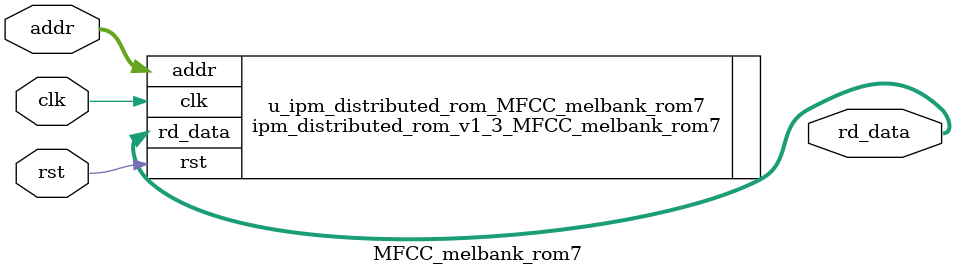
<source format=v>


`timescale 1 ns / 1 ps
module MFCC_melbank_rom7
    (
     addr        ,
     rst         ,
     clk         ,
     rd_data
    );

    localparam ADDR_WIDTH = 9 ; //@IPC int 4,10

    localparam DATA_WIDTH = 8 ; //@IPC int 1,256

    localparam RST_TYPE = "ASYNC" ; //@IPC enum ASYNC,SYNC

    localparam OUT_REG = 0 ; //@IPC bool

    localparam INIT_ENABLE = 1 ; //@IPC bool

    localparam INIT_FILE = "D:/PDS_FPGA/Audio_test/ipcore/MFCC_melbank_rom7/rtl/output6_MFCC_melbank_rom7.dat" ; //@IPC string

    localparam FILE_FORMAT = "BIN" ; //@IPC enum BIN,HEX


     output   wire  [DATA_WIDTH-1:0]       rd_data ;
     input    wire  [ADDR_WIDTH-1:0]       addr    ;
     input                                 clk     ;
     input                                 rst     ;

ipm_distributed_rom_v1_3_MFCC_melbank_rom7
   #(
     .ADDR_WIDTH    (ADDR_WIDTH     ), //address width   range:4-10
     .DATA_WIDTH    (DATA_WIDTH     ), //data width      range:4-256
     .RST_TYPE      (RST_TYPE       ), //reset type   "ASYNC_RESET" "SYNC_RESET"
     .OUT_REG       (OUT_REG        ), //output options :non_register(0)  register(1)
     .INIT_FILE     (INIT_FILE      ), //legal value:"NONE" or "initial file name"
     .FILE_FORMAT   (FILE_FORMAT    )  //initial data format : "bin" or "hex"
    )u_ipm_distributed_rom_MFCC_melbank_rom7
    (
     .rd_data       (rd_data        ),
     .addr          (addr           ),
     .clk           (clk            ),
     .rst           (rst            )

    );
endmodule

</source>
